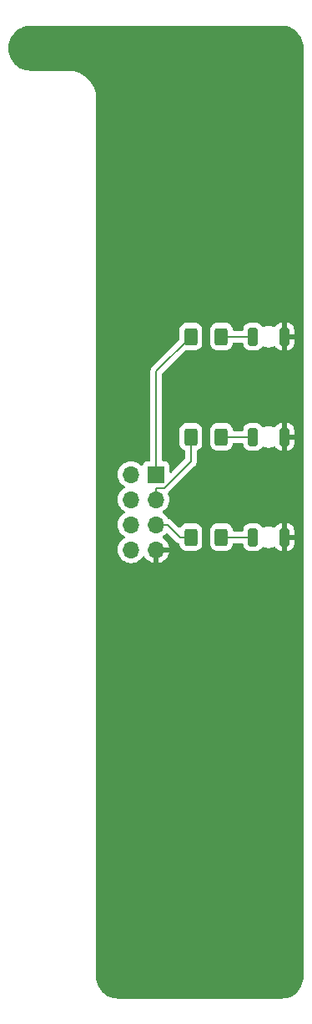
<source format=gbr>
%TF.GenerationSoftware,KiCad,Pcbnew,8.0.4-8.0.4-0~ubuntu22.04.1*%
%TF.CreationDate,2024-08-03T19:16:44+03:00*%
%TF.ProjectId,PM-CPU-ESP-front,504d2d43-5055-42d4-9553-502d66726f6e,rev?*%
%TF.SameCoordinates,Original*%
%TF.FileFunction,Copper,L2,Bot*%
%TF.FilePolarity,Positive*%
%FSLAX46Y46*%
G04 Gerber Fmt 4.6, Leading zero omitted, Abs format (unit mm)*
G04 Created by KiCad (PCBNEW 8.0.4-8.0.4-0~ubuntu22.04.1) date 2024-08-03 19:16:44*
%MOMM*%
%LPD*%
G01*
G04 APERTURE LIST*
G04 Aperture macros list*
%AMRoundRect*
0 Rectangle with rounded corners*
0 $1 Rounding radius*
0 $2 $3 $4 $5 $6 $7 $8 $9 X,Y pos of 4 corners*
0 Add a 4 corners polygon primitive as box body*
4,1,4,$2,$3,$4,$5,$6,$7,$8,$9,$2,$3,0*
0 Add four circle primitives for the rounded corners*
1,1,$1+$1,$2,$3*
1,1,$1+$1,$4,$5*
1,1,$1+$1,$6,$7*
1,1,$1+$1,$8,$9*
0 Add four rect primitives between the rounded corners*
20,1,$1+$1,$2,$3,$4,$5,0*
20,1,$1+$1,$4,$5,$6,$7,0*
20,1,$1+$1,$6,$7,$8,$9,0*
20,1,$1+$1,$8,$9,$2,$3,0*%
G04 Aperture macros list end*
%TA.AperFunction,SMDPad,CuDef*%
%ADD10RoundRect,0.190000X0.285000X0.710000X-0.285000X0.710000X-0.285000X-0.710000X0.285000X-0.710000X0*%
%TD*%
%TA.AperFunction,ComponentPad*%
%ADD11R,1.700000X1.700000*%
%TD*%
%TA.AperFunction,ComponentPad*%
%ADD12O,1.700000X1.700000*%
%TD*%
%TA.AperFunction,SMDPad,CuDef*%
%ADD13RoundRect,0.250000X0.400000X0.625000X-0.400000X0.625000X-0.400000X-0.625000X0.400000X-0.625000X0*%
%TD*%
%TA.AperFunction,Conductor*%
%ADD14C,0.200000*%
%TD*%
G04 APERTURE END LIST*
D10*
%TO.P,D3,1,K*%
%TO.N,GND*%
X155270000Y-102870000D03*
%TO.P,D3,2,A*%
%TO.N,Net-(D3-A)*%
X152070000Y-102870000D03*
%TD*%
%TO.P,D2,1,K*%
%TO.N,GND*%
X155270000Y-92710000D03*
%TO.P,D2,2,A*%
%TO.N,Net-(D2-A)*%
X152070000Y-92710000D03*
%TD*%
%TO.P,D1,1,K*%
%TO.N,GND*%
X155270000Y-82550000D03*
%TO.P,D1,2,A*%
%TO.N,Net-(D1-A)*%
X152070000Y-82550000D03*
%TD*%
D11*
%TO.P,J2,1,Pin_1*%
%TO.N,+24V*%
X142240000Y-96520000D03*
D12*
%TO.P,J2,2,Pin_2*%
%TO.N,unconnected-(J2-Pin_2-Pad2)*%
X139700000Y-96520000D03*
%TO.P,J2,3,Pin_3*%
%TO.N,+5V*%
X142240000Y-99060000D03*
%TO.P,J2,4,Pin_4*%
%TO.N,unconnected-(J2-Pin_4-Pad4)*%
X139700000Y-99060000D03*
%TO.P,J2,5,Pin_5*%
%TO.N,+3.3V*%
X142240000Y-101600000D03*
%TO.P,J2,6,Pin_6*%
%TO.N,unconnected-(J2-Pin_6-Pad6)*%
X139700000Y-101600000D03*
%TO.P,J2,7,Pin_7*%
%TO.N,GND*%
X142240000Y-104140000D03*
%TO.P,J2,8,Pin_8*%
%TO.N,unconnected-(J2-Pin_8-Pad8)*%
X139700000Y-104140000D03*
%TD*%
D13*
%TO.P,R2,1*%
%TO.N,Net-(D2-A)*%
X148870000Y-92710000D03*
%TO.P,R2,2*%
%TO.N,+5V*%
X145770000Y-92710000D03*
%TD*%
%TO.P,R1,1*%
%TO.N,Net-(D1-A)*%
X148870000Y-82550000D03*
%TO.P,R1,2*%
%TO.N,+24V*%
X145770000Y-82550000D03*
%TD*%
%TO.P,R3,1*%
%TO.N,Net-(D3-A)*%
X148870000Y-102870000D03*
%TO.P,R3,2*%
%TO.N,+3.3V*%
X145770000Y-102870000D03*
%TD*%
D14*
%TO.N,+24V*%
X142240000Y-86080000D02*
X142240000Y-96520000D01*
X145770000Y-82550000D02*
X142240000Y-86080000D01*
%TO.N,Net-(D3-A)*%
X148870000Y-102870000D02*
X152120000Y-102870000D01*
%TO.N,Net-(D2-A)*%
X148870000Y-92710000D02*
X152120000Y-92710000D01*
%TO.N,+3.3V*%
X144661700Y-102870000D02*
X143391700Y-101600000D01*
X145770000Y-102870000D02*
X144661700Y-102870000D01*
X142240000Y-101600000D02*
X143391700Y-101600000D01*
%TO.N,+5V*%
X143054500Y-97908300D02*
X142240000Y-97908300D01*
X145770000Y-95192800D02*
X143054500Y-97908300D01*
X145770000Y-92710000D02*
X145770000Y-95192800D01*
X142240000Y-99060000D02*
X142240000Y-97908300D01*
%TO.N,Net-(D1-A)*%
X148870000Y-82550000D02*
X152120000Y-82550000D01*
%TD*%
%TA.AperFunction,Conductor*%
%TO.N,GND*%
G36*
X154943736Y-51050726D02*
G01*
X155208483Y-51066740D01*
X155223347Y-51068545D01*
X155480541Y-51115678D01*
X155495063Y-51119257D01*
X155744720Y-51197052D01*
X155758697Y-51202353D01*
X155997151Y-51309673D01*
X156010397Y-51316625D01*
X156234171Y-51451901D01*
X156246489Y-51460404D01*
X156452318Y-51621662D01*
X156463525Y-51631591D01*
X156648408Y-51816474D01*
X156658337Y-51827681D01*
X156819595Y-52033510D01*
X156828102Y-52045834D01*
X156963371Y-52269596D01*
X156970330Y-52282855D01*
X157077644Y-52521298D01*
X157082950Y-52535288D01*
X157160738Y-52784920D01*
X157164321Y-52799458D01*
X157211454Y-53056652D01*
X157213259Y-53071517D01*
X157229274Y-53336263D01*
X157229500Y-53343750D01*
X157229500Y-147316249D01*
X157229274Y-147323736D01*
X157213259Y-147588482D01*
X157211454Y-147603347D01*
X157164321Y-147860541D01*
X157160738Y-147875079D01*
X157082954Y-148124700D01*
X157077644Y-148138701D01*
X156970330Y-148377144D01*
X156963371Y-148390403D01*
X156828102Y-148614165D01*
X156819595Y-148626489D01*
X156658337Y-148832318D01*
X156648408Y-148843525D01*
X156463525Y-149028408D01*
X156452318Y-149038337D01*
X156246489Y-149199595D01*
X156234165Y-149208102D01*
X156010403Y-149343371D01*
X155997144Y-149350330D01*
X155758701Y-149457644D01*
X155744705Y-149462951D01*
X155497174Y-149540085D01*
X155495079Y-149540738D01*
X155480541Y-149544321D01*
X155223347Y-149591454D01*
X155208482Y-149593259D01*
X154943736Y-149609274D01*
X154936249Y-149609500D01*
X138433751Y-149609500D01*
X138426264Y-149609274D01*
X138161517Y-149593259D01*
X138146652Y-149591454D01*
X137889458Y-149544321D01*
X137874924Y-149540739D01*
X137625288Y-149462950D01*
X137611298Y-149457644D01*
X137372855Y-149350330D01*
X137359596Y-149343371D01*
X137135834Y-149208102D01*
X137123510Y-149199595D01*
X136917681Y-149038337D01*
X136906474Y-149028408D01*
X136721591Y-148843525D01*
X136711662Y-148832318D01*
X136550404Y-148626489D01*
X136541901Y-148614171D01*
X136406625Y-148390397D01*
X136399673Y-148377151D01*
X136292353Y-148138697D01*
X136287052Y-148124720D01*
X136209257Y-147875063D01*
X136205678Y-147860541D01*
X136158545Y-147603347D01*
X136156740Y-147588482D01*
X136140726Y-147323736D01*
X136140500Y-147316249D01*
X136140500Y-96519999D01*
X138344341Y-96519999D01*
X138344341Y-96520000D01*
X138364936Y-96755403D01*
X138364938Y-96755413D01*
X138426094Y-96983655D01*
X138426096Y-96983659D01*
X138426097Y-96983663D01*
X138510499Y-97164663D01*
X138525965Y-97197830D01*
X138525967Y-97197834D01*
X138661501Y-97391395D01*
X138661506Y-97391402D01*
X138828597Y-97558493D01*
X138828603Y-97558498D01*
X139014158Y-97688425D01*
X139057783Y-97743002D01*
X139064977Y-97812500D01*
X139033454Y-97874855D01*
X139014158Y-97891575D01*
X138828597Y-98021505D01*
X138661505Y-98188597D01*
X138525965Y-98382169D01*
X138525964Y-98382171D01*
X138426098Y-98596335D01*
X138426094Y-98596344D01*
X138364938Y-98824586D01*
X138364936Y-98824596D01*
X138344341Y-99059999D01*
X138344341Y-99060000D01*
X138364936Y-99295403D01*
X138364938Y-99295413D01*
X138426094Y-99523655D01*
X138426096Y-99523659D01*
X138426097Y-99523663D01*
X138430000Y-99532032D01*
X138525965Y-99737830D01*
X138525967Y-99737834D01*
X138634281Y-99892521D01*
X138661501Y-99931396D01*
X138661506Y-99931402D01*
X138828597Y-100098493D01*
X138828603Y-100098498D01*
X139014158Y-100228425D01*
X139057783Y-100283002D01*
X139064977Y-100352500D01*
X139033454Y-100414855D01*
X139014158Y-100431575D01*
X138828597Y-100561505D01*
X138661505Y-100728597D01*
X138525965Y-100922169D01*
X138525964Y-100922171D01*
X138426098Y-101136335D01*
X138426094Y-101136344D01*
X138364938Y-101364586D01*
X138364936Y-101364596D01*
X138344341Y-101599999D01*
X138344341Y-101600000D01*
X138364936Y-101835403D01*
X138364938Y-101835413D01*
X138426094Y-102063655D01*
X138426096Y-102063659D01*
X138426097Y-102063663D01*
X138495519Y-102212539D01*
X138525965Y-102277830D01*
X138525967Y-102277834D01*
X138605754Y-102391780D01*
X138661501Y-102471396D01*
X138661506Y-102471402D01*
X138828597Y-102638493D01*
X138828603Y-102638498D01*
X139014158Y-102768425D01*
X139057783Y-102823002D01*
X139064977Y-102892500D01*
X139033454Y-102954855D01*
X139014158Y-102971575D01*
X138828597Y-103101505D01*
X138661505Y-103268597D01*
X138525965Y-103462169D01*
X138525964Y-103462171D01*
X138426098Y-103676335D01*
X138426094Y-103676344D01*
X138364938Y-103904586D01*
X138364936Y-103904596D01*
X138344341Y-104139999D01*
X138344341Y-104140000D01*
X138364936Y-104375403D01*
X138364938Y-104375413D01*
X138426094Y-104603655D01*
X138426096Y-104603659D01*
X138426097Y-104603663D01*
X138509155Y-104781781D01*
X138525965Y-104817830D01*
X138525967Y-104817834D01*
X138634281Y-104972521D01*
X138661505Y-105011401D01*
X138828599Y-105178495D01*
X138925384Y-105246265D01*
X139022165Y-105314032D01*
X139022167Y-105314033D01*
X139022170Y-105314035D01*
X139236337Y-105413903D01*
X139464592Y-105475063D01*
X139652918Y-105491539D01*
X139699999Y-105495659D01*
X139700000Y-105495659D01*
X139700001Y-105495659D01*
X139739234Y-105492226D01*
X139935408Y-105475063D01*
X140163663Y-105413903D01*
X140377830Y-105314035D01*
X140571401Y-105178495D01*
X140738495Y-105011401D01*
X140868730Y-104825405D01*
X140923307Y-104781781D01*
X140992805Y-104774587D01*
X141055160Y-104806110D01*
X141071879Y-104825405D01*
X141201890Y-105011078D01*
X141368917Y-105178105D01*
X141562421Y-105313600D01*
X141776507Y-105413429D01*
X141776516Y-105413433D01*
X141990000Y-105470634D01*
X141990000Y-104573012D01*
X142047007Y-104605925D01*
X142174174Y-104640000D01*
X142305826Y-104640000D01*
X142432993Y-104605925D01*
X142490000Y-104573012D01*
X142490000Y-105470633D01*
X142703483Y-105413433D01*
X142703492Y-105413429D01*
X142917578Y-105313600D01*
X143111082Y-105178105D01*
X143278105Y-105011082D01*
X143413600Y-104817578D01*
X143513429Y-104603492D01*
X143513432Y-104603486D01*
X143570636Y-104390000D01*
X142673012Y-104390000D01*
X142705925Y-104332993D01*
X142740000Y-104205826D01*
X142740000Y-104074174D01*
X142705925Y-103947007D01*
X142673012Y-103890000D01*
X143570636Y-103890000D01*
X143570635Y-103889999D01*
X143513432Y-103676513D01*
X143513429Y-103676507D01*
X143413600Y-103462422D01*
X143413599Y-103462420D01*
X143278113Y-103268926D01*
X143278108Y-103268920D01*
X143111078Y-103101890D01*
X142925405Y-102971879D01*
X142881780Y-102917302D01*
X142874588Y-102847804D01*
X142906110Y-102785449D01*
X142925406Y-102768730D01*
X142925842Y-102768425D01*
X143111401Y-102638495D01*
X143258502Y-102491393D01*
X143319822Y-102457911D01*
X143389513Y-102462895D01*
X143433861Y-102491396D01*
X144176839Y-103234374D01*
X144176849Y-103234385D01*
X144181179Y-103238715D01*
X144181180Y-103238716D01*
X144292984Y-103350520D01*
X144379795Y-103400639D01*
X144379797Y-103400641D01*
X144429913Y-103429576D01*
X144429915Y-103429577D01*
X144530137Y-103456431D01*
X144589795Y-103492794D01*
X144620325Y-103555641D01*
X144621400Y-103563603D01*
X144630001Y-103647797D01*
X144630001Y-103647799D01*
X144685185Y-103814331D01*
X144685187Y-103814336D01*
X144716598Y-103865261D01*
X144777288Y-103963656D01*
X144901344Y-104087712D01*
X145050666Y-104179814D01*
X145217203Y-104234999D01*
X145319991Y-104245500D01*
X146220008Y-104245499D01*
X146220016Y-104245498D01*
X146220019Y-104245498D01*
X146276302Y-104239748D01*
X146322797Y-104234999D01*
X146489334Y-104179814D01*
X146638656Y-104087712D01*
X146762712Y-103963656D01*
X146854814Y-103814334D01*
X146909999Y-103647797D01*
X146920500Y-103545009D01*
X146920499Y-102194992D01*
X146920498Y-102194983D01*
X147719500Y-102194983D01*
X147719500Y-103545001D01*
X147719501Y-103545018D01*
X147730000Y-103647796D01*
X147730001Y-103647799D01*
X147785185Y-103814331D01*
X147785187Y-103814336D01*
X147816598Y-103865261D01*
X147877288Y-103963656D01*
X148001344Y-104087712D01*
X148150666Y-104179814D01*
X148317203Y-104234999D01*
X148419991Y-104245500D01*
X149320008Y-104245499D01*
X149320016Y-104245498D01*
X149320019Y-104245498D01*
X149376302Y-104239748D01*
X149422797Y-104234999D01*
X149589334Y-104179814D01*
X149738656Y-104087712D01*
X149862712Y-103963656D01*
X149954814Y-103814334D01*
X150009999Y-103647797D01*
X150015444Y-103594500D01*
X150016732Y-103581897D01*
X150043129Y-103517205D01*
X150100310Y-103477054D01*
X150140090Y-103470500D01*
X150970501Y-103470500D01*
X151037540Y-103490185D01*
X151083295Y-103542989D01*
X151094501Y-103594500D01*
X151094501Y-103635808D01*
X151100821Y-103705375D01*
X151100823Y-103705383D01*
X151150708Y-103865470D01*
X151150709Y-103865472D01*
X151237454Y-104008967D01*
X151237457Y-104008971D01*
X151356028Y-104127542D01*
X151356032Y-104127545D01*
X151442497Y-104179814D01*
X151499529Y-104214291D01*
X151659620Y-104264177D01*
X151729199Y-104270500D01*
X152410800Y-104270499D01*
X152410808Y-104270499D01*
X152480376Y-104264178D01*
X152480383Y-104264176D01*
X152574019Y-104234998D01*
X152640471Y-104214291D01*
X152783972Y-104127542D01*
X152902542Y-104008972D01*
X152979170Y-103882212D01*
X153030697Y-103835025D01*
X153099556Y-103823186D01*
X153141579Y-103835876D01*
X153247555Y-103889873D01*
X153412299Y-103943402D01*
X153583389Y-103970500D01*
X153583390Y-103970500D01*
X153756610Y-103970500D01*
X153756611Y-103970500D01*
X153927701Y-103943402D01*
X154092445Y-103889873D01*
X154198865Y-103835649D01*
X154267532Y-103822754D01*
X154332272Y-103849030D01*
X154361275Y-103881985D01*
X154437852Y-104008660D01*
X154556338Y-104127146D01*
X154556342Y-104127149D01*
X154699732Y-104213831D01*
X154699738Y-104213833D01*
X154859705Y-104263681D01*
X154859712Y-104263683D01*
X154929231Y-104270000D01*
X155020000Y-104270000D01*
X155520000Y-104270000D01*
X155610769Y-104270000D01*
X155680287Y-104263683D01*
X155680294Y-104263681D01*
X155840261Y-104213833D01*
X155840267Y-104213831D01*
X155983657Y-104127149D01*
X155983661Y-104127146D01*
X156102146Y-104008661D01*
X156102149Y-104008657D01*
X156188831Y-103865267D01*
X156188833Y-103865261D01*
X156238681Y-103705294D01*
X156238683Y-103705287D01*
X156245000Y-103635769D01*
X156245000Y-103120000D01*
X155520000Y-103120000D01*
X155520000Y-104270000D01*
X155020000Y-104270000D01*
X155020000Y-102620000D01*
X155520000Y-102620000D01*
X156245000Y-102620000D01*
X156245000Y-102104230D01*
X156238683Y-102034712D01*
X156238681Y-102034705D01*
X156188833Y-101874738D01*
X156188831Y-101874732D01*
X156102149Y-101731342D01*
X156102146Y-101731338D01*
X155983661Y-101612853D01*
X155983657Y-101612850D01*
X155840267Y-101526168D01*
X155840261Y-101526166D01*
X155680294Y-101476318D01*
X155680287Y-101476316D01*
X155610769Y-101470000D01*
X155520000Y-101470000D01*
X155520000Y-102620000D01*
X155020000Y-102620000D01*
X155020000Y-101470000D01*
X154929231Y-101470000D01*
X154859712Y-101476316D01*
X154859705Y-101476318D01*
X154699738Y-101526166D01*
X154699732Y-101526168D01*
X154556342Y-101612850D01*
X154556338Y-101612853D01*
X154437852Y-101731339D01*
X154361275Y-101858015D01*
X154309747Y-101905202D01*
X154240888Y-101917041D01*
X154198866Y-101904351D01*
X154092445Y-101850127D01*
X153927701Y-101796598D01*
X153927699Y-101796597D01*
X153927698Y-101796597D01*
X153796271Y-101775781D01*
X153756611Y-101769500D01*
X153583389Y-101769500D01*
X153543728Y-101775781D01*
X153412302Y-101796597D01*
X153412299Y-101796598D01*
X153292871Y-101835403D01*
X153247549Y-101850129D01*
X153141581Y-101904122D01*
X153072912Y-101917018D01*
X153008172Y-101890741D01*
X152979170Y-101857786D01*
X152902546Y-101731033D01*
X152902542Y-101731028D01*
X152783971Y-101612457D01*
X152783967Y-101612454D01*
X152640473Y-101525710D01*
X152640472Y-101525709D01*
X152640471Y-101525709D01*
X152480380Y-101475823D01*
X152480378Y-101475822D01*
X152480376Y-101475822D01*
X152431662Y-101471395D01*
X152410801Y-101469500D01*
X152410798Y-101469500D01*
X151729191Y-101469500D01*
X151659623Y-101475821D01*
X151659616Y-101475823D01*
X151499529Y-101525708D01*
X151499527Y-101525709D01*
X151356032Y-101612454D01*
X151356028Y-101612457D01*
X151237457Y-101731028D01*
X151237454Y-101731032D01*
X151150710Y-101874526D01*
X151150709Y-101874528D01*
X151150709Y-101874529D01*
X151141151Y-101905202D01*
X151100822Y-102034623D01*
X151094500Y-102104201D01*
X151094500Y-102145500D01*
X151074815Y-102212539D01*
X151022011Y-102258294D01*
X150970500Y-102269500D01*
X150140089Y-102269500D01*
X150073050Y-102249815D01*
X150027295Y-102197011D01*
X150016731Y-102158102D01*
X150014839Y-102139591D01*
X150009999Y-102092203D01*
X149954814Y-101925666D01*
X149862712Y-101776344D01*
X149738656Y-101652288D01*
X149589334Y-101560186D01*
X149422797Y-101505001D01*
X149422795Y-101505000D01*
X149320010Y-101494500D01*
X148419998Y-101494500D01*
X148419980Y-101494501D01*
X148317203Y-101505000D01*
X148317200Y-101505001D01*
X148150668Y-101560185D01*
X148150663Y-101560187D01*
X148001342Y-101652289D01*
X147877289Y-101776342D01*
X147785187Y-101925663D01*
X147785186Y-101925666D01*
X147730001Y-102092203D01*
X147730001Y-102092204D01*
X147730000Y-102092204D01*
X147719500Y-102194983D01*
X146920498Y-102194983D01*
X146909999Y-102092203D01*
X146854814Y-101925666D01*
X146762712Y-101776344D01*
X146638656Y-101652288D01*
X146489334Y-101560186D01*
X146322797Y-101505001D01*
X146322795Y-101505000D01*
X146220010Y-101494500D01*
X145319998Y-101494500D01*
X145319980Y-101494501D01*
X145217203Y-101505000D01*
X145217200Y-101505001D01*
X145050668Y-101560185D01*
X145050663Y-101560187D01*
X144901342Y-101652289D01*
X144777287Y-101776344D01*
X144722273Y-101865536D01*
X144670325Y-101912260D01*
X144601362Y-101923481D01*
X144537280Y-101895638D01*
X144529054Y-101888119D01*
X143879290Y-101238355D01*
X143879288Y-101238352D01*
X143760417Y-101119481D01*
X143760416Y-101119480D01*
X143673604Y-101069360D01*
X143673604Y-101069359D01*
X143673600Y-101069358D01*
X143656112Y-101059260D01*
X143623486Y-101040423D01*
X143502994Y-101008137D01*
X143443334Y-100971771D01*
X143422708Y-100940768D01*
X143414038Y-100922176D01*
X143414034Y-100922169D01*
X143278494Y-100728597D01*
X143111402Y-100561506D01*
X143111396Y-100561501D01*
X142925842Y-100431575D01*
X142882217Y-100376998D01*
X142875023Y-100307500D01*
X142906546Y-100245145D01*
X142925842Y-100228425D01*
X142948026Y-100212891D01*
X143111401Y-100098495D01*
X143278495Y-99931401D01*
X143414035Y-99737830D01*
X143513903Y-99523663D01*
X143575063Y-99295408D01*
X143595659Y-99060000D01*
X143575063Y-98824592D01*
X143513903Y-98596337D01*
X143455762Y-98471655D01*
X143445271Y-98402580D01*
X143473791Y-98338796D01*
X143480439Y-98331596D01*
X143535020Y-98277016D01*
X143535021Y-98277013D01*
X146128506Y-95683528D01*
X146128511Y-95683524D01*
X146138714Y-95673320D01*
X146138716Y-95673320D01*
X146250520Y-95561516D01*
X146255696Y-95552549D01*
X146327796Y-95427670D01*
X146327798Y-95427664D01*
X146329577Y-95424585D01*
X146370501Y-95271857D01*
X146370501Y-95113743D01*
X146370501Y-95106148D01*
X146370500Y-95106130D01*
X146370500Y-94148732D01*
X146390185Y-94081693D01*
X146442989Y-94035938D01*
X146455495Y-94031026D01*
X146489334Y-94019814D01*
X146638656Y-93927712D01*
X146762712Y-93803656D01*
X146854814Y-93654334D01*
X146909999Y-93487797D01*
X146920500Y-93385009D01*
X146920499Y-92034992D01*
X146920498Y-92034983D01*
X147719500Y-92034983D01*
X147719500Y-93385001D01*
X147719501Y-93385018D01*
X147730000Y-93487796D01*
X147730001Y-93487799D01*
X147785185Y-93654331D01*
X147785187Y-93654336D01*
X147816598Y-93705261D01*
X147877288Y-93803656D01*
X148001344Y-93927712D01*
X148150666Y-94019814D01*
X148317203Y-94074999D01*
X148419991Y-94085500D01*
X149320008Y-94085499D01*
X149320016Y-94085498D01*
X149320019Y-94085498D01*
X149376302Y-94079748D01*
X149422797Y-94074999D01*
X149589334Y-94019814D01*
X149738656Y-93927712D01*
X149862712Y-93803656D01*
X149954814Y-93654334D01*
X150009999Y-93487797D01*
X150015444Y-93434500D01*
X150016732Y-93421897D01*
X150043129Y-93357205D01*
X150100310Y-93317054D01*
X150140090Y-93310500D01*
X150970501Y-93310500D01*
X151037540Y-93330185D01*
X151083295Y-93382989D01*
X151094501Y-93434500D01*
X151094501Y-93475808D01*
X151100821Y-93545375D01*
X151100823Y-93545383D01*
X151150708Y-93705470D01*
X151150709Y-93705472D01*
X151237454Y-93848967D01*
X151237457Y-93848971D01*
X151356028Y-93967542D01*
X151356032Y-93967545D01*
X151442497Y-94019814D01*
X151499529Y-94054291D01*
X151659620Y-94104177D01*
X151729199Y-94110500D01*
X152410800Y-94110499D01*
X152410808Y-94110499D01*
X152480376Y-94104178D01*
X152480383Y-94104176D01*
X152574019Y-94074998D01*
X152640471Y-94054291D01*
X152783972Y-93967542D01*
X152902542Y-93848972D01*
X152979170Y-93722212D01*
X153030697Y-93675025D01*
X153099556Y-93663186D01*
X153141579Y-93675876D01*
X153247555Y-93729873D01*
X153412299Y-93783402D01*
X153583389Y-93810500D01*
X153583390Y-93810500D01*
X153756610Y-93810500D01*
X153756611Y-93810500D01*
X153927701Y-93783402D01*
X154092445Y-93729873D01*
X154198865Y-93675649D01*
X154267532Y-93662754D01*
X154332272Y-93689030D01*
X154361275Y-93721985D01*
X154437852Y-93848660D01*
X154556338Y-93967146D01*
X154556342Y-93967149D01*
X154699732Y-94053831D01*
X154699738Y-94053833D01*
X154859705Y-94103681D01*
X154859712Y-94103683D01*
X154929231Y-94110000D01*
X155020000Y-94110000D01*
X155520000Y-94110000D01*
X155610769Y-94110000D01*
X155680287Y-94103683D01*
X155680294Y-94103681D01*
X155840261Y-94053833D01*
X155840267Y-94053831D01*
X155983657Y-93967149D01*
X155983661Y-93967146D01*
X156102146Y-93848661D01*
X156102149Y-93848657D01*
X156188831Y-93705267D01*
X156188833Y-93705261D01*
X156238681Y-93545294D01*
X156238683Y-93545287D01*
X156245000Y-93475769D01*
X156245000Y-92960000D01*
X155520000Y-92960000D01*
X155520000Y-94110000D01*
X155020000Y-94110000D01*
X155020000Y-92460000D01*
X155520000Y-92460000D01*
X156245000Y-92460000D01*
X156245000Y-91944230D01*
X156238683Y-91874712D01*
X156238681Y-91874705D01*
X156188833Y-91714738D01*
X156188831Y-91714732D01*
X156102149Y-91571342D01*
X156102146Y-91571338D01*
X155983661Y-91452853D01*
X155983657Y-91452850D01*
X155840267Y-91366168D01*
X155840261Y-91366166D01*
X155680294Y-91316318D01*
X155680287Y-91316316D01*
X155610769Y-91310000D01*
X155520000Y-91310000D01*
X155520000Y-92460000D01*
X155020000Y-92460000D01*
X155020000Y-91310000D01*
X154929231Y-91310000D01*
X154859712Y-91316316D01*
X154859705Y-91316318D01*
X154699738Y-91366166D01*
X154699732Y-91366168D01*
X154556342Y-91452850D01*
X154556338Y-91452853D01*
X154437852Y-91571339D01*
X154361275Y-91698015D01*
X154309747Y-91745202D01*
X154240888Y-91757041D01*
X154198866Y-91744351D01*
X154092445Y-91690127D01*
X153927701Y-91636598D01*
X153927699Y-91636597D01*
X153927698Y-91636597D01*
X153796271Y-91615781D01*
X153756611Y-91609500D01*
X153583389Y-91609500D01*
X153543728Y-91615781D01*
X153412302Y-91636597D01*
X153247549Y-91690129D01*
X153141581Y-91744122D01*
X153072912Y-91757018D01*
X153008172Y-91730741D01*
X152979170Y-91697786D01*
X152902546Y-91571033D01*
X152902542Y-91571028D01*
X152783971Y-91452457D01*
X152783967Y-91452454D01*
X152640473Y-91365710D01*
X152640472Y-91365709D01*
X152640471Y-91365709D01*
X152480380Y-91315823D01*
X152480378Y-91315822D01*
X152480376Y-91315822D01*
X152431662Y-91311395D01*
X152410801Y-91309500D01*
X152410798Y-91309500D01*
X151729191Y-91309500D01*
X151659623Y-91315821D01*
X151659616Y-91315823D01*
X151499529Y-91365708D01*
X151499527Y-91365709D01*
X151356032Y-91452454D01*
X151356028Y-91452457D01*
X151237457Y-91571028D01*
X151237454Y-91571032D01*
X151150710Y-91714526D01*
X151150709Y-91714528D01*
X151150709Y-91714529D01*
X151141151Y-91745202D01*
X151100822Y-91874623D01*
X151094500Y-91944201D01*
X151094500Y-91985500D01*
X151074815Y-92052539D01*
X151022011Y-92098294D01*
X150970500Y-92109500D01*
X150140089Y-92109500D01*
X150073050Y-92089815D01*
X150027295Y-92037011D01*
X150016731Y-91998102D01*
X150014839Y-91979591D01*
X150009999Y-91932203D01*
X149954814Y-91765666D01*
X149862712Y-91616344D01*
X149738656Y-91492288D01*
X149589334Y-91400186D01*
X149422797Y-91345001D01*
X149422795Y-91345000D01*
X149320010Y-91334500D01*
X148419998Y-91334500D01*
X148419980Y-91334501D01*
X148317203Y-91345000D01*
X148317200Y-91345001D01*
X148150668Y-91400185D01*
X148150663Y-91400187D01*
X148001342Y-91492289D01*
X147877289Y-91616342D01*
X147785187Y-91765663D01*
X147785186Y-91765666D01*
X147730001Y-91932203D01*
X147730001Y-91932204D01*
X147730000Y-91932204D01*
X147719500Y-92034983D01*
X146920498Y-92034983D01*
X146909999Y-91932203D01*
X146854814Y-91765666D01*
X146762712Y-91616344D01*
X146638656Y-91492288D01*
X146489334Y-91400186D01*
X146322797Y-91345001D01*
X146322795Y-91345000D01*
X146220010Y-91334500D01*
X145319998Y-91334500D01*
X145319980Y-91334501D01*
X145217203Y-91345000D01*
X145217200Y-91345001D01*
X145050668Y-91400185D01*
X145050663Y-91400187D01*
X144901342Y-91492289D01*
X144777289Y-91616342D01*
X144685187Y-91765663D01*
X144685186Y-91765666D01*
X144630001Y-91932203D01*
X144630001Y-91932204D01*
X144630000Y-91932204D01*
X144619500Y-92034983D01*
X144619500Y-93385001D01*
X144619501Y-93385018D01*
X144630000Y-93487796D01*
X144630001Y-93487799D01*
X144685185Y-93654331D01*
X144685187Y-93654336D01*
X144716598Y-93705261D01*
X144777288Y-93803656D01*
X144901344Y-93927712D01*
X145050666Y-94019814D01*
X145084500Y-94031025D01*
X145141947Y-94070796D01*
X145168772Y-94135311D01*
X145169500Y-94148732D01*
X145169500Y-94892702D01*
X145149815Y-94959741D01*
X145133181Y-94980383D01*
X143802180Y-96311384D01*
X143740857Y-96344869D01*
X143671165Y-96339885D01*
X143615232Y-96298013D01*
X143590815Y-96232549D01*
X143590499Y-96223703D01*
X143590499Y-95622129D01*
X143590498Y-95622123D01*
X143584091Y-95562516D01*
X143533797Y-95427670D01*
X143533793Y-95427664D01*
X143447547Y-95312455D01*
X143447544Y-95312452D01*
X143332335Y-95226206D01*
X143332328Y-95226202D01*
X143197482Y-95175908D01*
X143197483Y-95175908D01*
X143137883Y-95169501D01*
X143137881Y-95169500D01*
X143137873Y-95169500D01*
X143137865Y-95169500D01*
X142964500Y-95169500D01*
X142897461Y-95149815D01*
X142851706Y-95097011D01*
X142840500Y-95045500D01*
X142840500Y-86380096D01*
X142860185Y-86313057D01*
X142876814Y-86292420D01*
X145209138Y-83960095D01*
X145270459Y-83926612D01*
X145309421Y-83924420D01*
X145319991Y-83925500D01*
X146220008Y-83925499D01*
X146220016Y-83925498D01*
X146220019Y-83925498D01*
X146276302Y-83919748D01*
X146322797Y-83914999D01*
X146489334Y-83859814D01*
X146638656Y-83767712D01*
X146762712Y-83643656D01*
X146854814Y-83494334D01*
X146909999Y-83327797D01*
X146920500Y-83225009D01*
X146920499Y-81874992D01*
X146920498Y-81874983D01*
X147719500Y-81874983D01*
X147719500Y-83225001D01*
X147719501Y-83225018D01*
X147730000Y-83327796D01*
X147730001Y-83327799D01*
X147785185Y-83494331D01*
X147785187Y-83494336D01*
X147816598Y-83545261D01*
X147877288Y-83643656D01*
X148001344Y-83767712D01*
X148150666Y-83859814D01*
X148317203Y-83914999D01*
X148419991Y-83925500D01*
X149320008Y-83925499D01*
X149320016Y-83925498D01*
X149320019Y-83925498D01*
X149376302Y-83919748D01*
X149422797Y-83914999D01*
X149589334Y-83859814D01*
X149738656Y-83767712D01*
X149862712Y-83643656D01*
X149954814Y-83494334D01*
X150009999Y-83327797D01*
X150015444Y-83274500D01*
X150016732Y-83261897D01*
X150043129Y-83197205D01*
X150100310Y-83157054D01*
X150140090Y-83150500D01*
X150970501Y-83150500D01*
X151037540Y-83170185D01*
X151083295Y-83222989D01*
X151094501Y-83274500D01*
X151094501Y-83315808D01*
X151100821Y-83385375D01*
X151100823Y-83385383D01*
X151150708Y-83545470D01*
X151150709Y-83545472D01*
X151237454Y-83688967D01*
X151237457Y-83688971D01*
X151356028Y-83807542D01*
X151356032Y-83807545D01*
X151442497Y-83859814D01*
X151499529Y-83894291D01*
X151659620Y-83944177D01*
X151729199Y-83950500D01*
X152410800Y-83950499D01*
X152410808Y-83950499D01*
X152480376Y-83944178D01*
X152480383Y-83944176D01*
X152540323Y-83925498D01*
X152640471Y-83894291D01*
X152783972Y-83807542D01*
X152902542Y-83688972D01*
X152979170Y-83562212D01*
X153030697Y-83515025D01*
X153099556Y-83503186D01*
X153141579Y-83515876D01*
X153247555Y-83569873D01*
X153412299Y-83623402D01*
X153583389Y-83650500D01*
X153583390Y-83650500D01*
X153756610Y-83650500D01*
X153756611Y-83650500D01*
X153927701Y-83623402D01*
X154092445Y-83569873D01*
X154198865Y-83515649D01*
X154267532Y-83502754D01*
X154332272Y-83529030D01*
X154361275Y-83561985D01*
X154437852Y-83688660D01*
X154556338Y-83807146D01*
X154556342Y-83807149D01*
X154699732Y-83893831D01*
X154699738Y-83893833D01*
X154859705Y-83943681D01*
X154859712Y-83943683D01*
X154929231Y-83950000D01*
X155020000Y-83950000D01*
X155520000Y-83950000D01*
X155610769Y-83950000D01*
X155680287Y-83943683D01*
X155680294Y-83943681D01*
X155840261Y-83893833D01*
X155840267Y-83893831D01*
X155983657Y-83807149D01*
X155983661Y-83807146D01*
X156102146Y-83688661D01*
X156102149Y-83688657D01*
X156188831Y-83545267D01*
X156188833Y-83545261D01*
X156238681Y-83385294D01*
X156238683Y-83385287D01*
X156245000Y-83315769D01*
X156245000Y-82800000D01*
X155520000Y-82800000D01*
X155520000Y-83950000D01*
X155020000Y-83950000D01*
X155020000Y-82300000D01*
X155520000Y-82300000D01*
X156245000Y-82300000D01*
X156245000Y-81784230D01*
X156238683Y-81714712D01*
X156238681Y-81714705D01*
X156188833Y-81554738D01*
X156188831Y-81554732D01*
X156102149Y-81411342D01*
X156102146Y-81411338D01*
X155983661Y-81292853D01*
X155983657Y-81292850D01*
X155840267Y-81206168D01*
X155840261Y-81206166D01*
X155680294Y-81156318D01*
X155680287Y-81156316D01*
X155610769Y-81150000D01*
X155520000Y-81150000D01*
X155520000Y-82300000D01*
X155020000Y-82300000D01*
X155020000Y-81150000D01*
X154929231Y-81150000D01*
X154859712Y-81156316D01*
X154859705Y-81156318D01*
X154699738Y-81206166D01*
X154699732Y-81206168D01*
X154556342Y-81292850D01*
X154556338Y-81292853D01*
X154437852Y-81411339D01*
X154361275Y-81538015D01*
X154309747Y-81585202D01*
X154240888Y-81597041D01*
X154198866Y-81584351D01*
X154092445Y-81530127D01*
X153927701Y-81476598D01*
X153927699Y-81476597D01*
X153927698Y-81476597D01*
X153796271Y-81455781D01*
X153756611Y-81449500D01*
X153583389Y-81449500D01*
X153543728Y-81455781D01*
X153412302Y-81476597D01*
X153247549Y-81530129D01*
X153141581Y-81584122D01*
X153072912Y-81597018D01*
X153008172Y-81570741D01*
X152979170Y-81537786D01*
X152902546Y-81411033D01*
X152902542Y-81411028D01*
X152783971Y-81292457D01*
X152783967Y-81292454D01*
X152640473Y-81205710D01*
X152640472Y-81205709D01*
X152640471Y-81205709D01*
X152480380Y-81155823D01*
X152480378Y-81155822D01*
X152480376Y-81155822D01*
X152431662Y-81151395D01*
X152410801Y-81149500D01*
X152410798Y-81149500D01*
X151729191Y-81149500D01*
X151659623Y-81155821D01*
X151659616Y-81155823D01*
X151499529Y-81205708D01*
X151499527Y-81205709D01*
X151356032Y-81292454D01*
X151356028Y-81292457D01*
X151237457Y-81411028D01*
X151237454Y-81411032D01*
X151150710Y-81554526D01*
X151150709Y-81554528D01*
X151150709Y-81554529D01*
X151141151Y-81585202D01*
X151100822Y-81714623D01*
X151094500Y-81784201D01*
X151094500Y-81825500D01*
X151074815Y-81892539D01*
X151022011Y-81938294D01*
X150970500Y-81949500D01*
X150140089Y-81949500D01*
X150073050Y-81929815D01*
X150027295Y-81877011D01*
X150016731Y-81838102D01*
X150014839Y-81819591D01*
X150009999Y-81772203D01*
X149954814Y-81605666D01*
X149862712Y-81456344D01*
X149738656Y-81332288D01*
X149589334Y-81240186D01*
X149422797Y-81185001D01*
X149422795Y-81185000D01*
X149320010Y-81174500D01*
X148419998Y-81174500D01*
X148419980Y-81174501D01*
X148317203Y-81185000D01*
X148317200Y-81185001D01*
X148150668Y-81240185D01*
X148150663Y-81240187D01*
X148001342Y-81332289D01*
X147877289Y-81456342D01*
X147785187Y-81605663D01*
X147785186Y-81605666D01*
X147730001Y-81772203D01*
X147730001Y-81772204D01*
X147730000Y-81772204D01*
X147719500Y-81874983D01*
X146920498Y-81874983D01*
X146909999Y-81772203D01*
X146854814Y-81605666D01*
X146762712Y-81456344D01*
X146638656Y-81332288D01*
X146489334Y-81240186D01*
X146322797Y-81185001D01*
X146322795Y-81185000D01*
X146220010Y-81174500D01*
X145319998Y-81174500D01*
X145319980Y-81174501D01*
X145217203Y-81185000D01*
X145217200Y-81185001D01*
X145050668Y-81240185D01*
X145050663Y-81240187D01*
X144901342Y-81332289D01*
X144777289Y-81456342D01*
X144685187Y-81605663D01*
X144685186Y-81605666D01*
X144630001Y-81772203D01*
X144630001Y-81772204D01*
X144630000Y-81772204D01*
X144619500Y-81874983D01*
X144619500Y-82799902D01*
X144599815Y-82866941D01*
X144583181Y-82887583D01*
X141759481Y-85711282D01*
X141759479Y-85711285D01*
X141709361Y-85798094D01*
X141709359Y-85798096D01*
X141680425Y-85848209D01*
X141680424Y-85848210D01*
X141680423Y-85848215D01*
X141639499Y-86000943D01*
X141639499Y-86000945D01*
X141639499Y-86169046D01*
X141639500Y-86169059D01*
X141639500Y-95045500D01*
X141619815Y-95112539D01*
X141567011Y-95158294D01*
X141515501Y-95169500D01*
X141342130Y-95169500D01*
X141342123Y-95169501D01*
X141282516Y-95175908D01*
X141147671Y-95226202D01*
X141147664Y-95226206D01*
X141032455Y-95312452D01*
X141032452Y-95312455D01*
X140946206Y-95427664D01*
X140946203Y-95427669D01*
X140897189Y-95559083D01*
X140855317Y-95615016D01*
X140789853Y-95639433D01*
X140721580Y-95624581D01*
X140693326Y-95603430D01*
X140571402Y-95481506D01*
X140571395Y-95481501D01*
X140377834Y-95345967D01*
X140377830Y-95345965D01*
X140377828Y-95345964D01*
X140163663Y-95246097D01*
X140163659Y-95246096D01*
X140163655Y-95246094D01*
X139935413Y-95184938D01*
X139935403Y-95184936D01*
X139700001Y-95164341D01*
X139699999Y-95164341D01*
X139464596Y-95184936D01*
X139464586Y-95184938D01*
X139236344Y-95246094D01*
X139236335Y-95246098D01*
X139022171Y-95345964D01*
X139022169Y-95345965D01*
X138828597Y-95481505D01*
X138661505Y-95648597D01*
X138525965Y-95842169D01*
X138525964Y-95842171D01*
X138426098Y-96056335D01*
X138426094Y-96056344D01*
X138364938Y-96284586D01*
X138364936Y-96284596D01*
X138344341Y-96519999D01*
X136140500Y-96519999D01*
X136140500Y-58263286D01*
X136140499Y-58263282D01*
X136105410Y-57951851D01*
X136105409Y-57951846D01*
X136105408Y-57951837D01*
X136035665Y-57646273D01*
X135932148Y-57350439D01*
X135796159Y-57068056D01*
X135629409Y-56802673D01*
X135433993Y-56557630D01*
X135212370Y-56336007D01*
X134967327Y-56140591D01*
X134701944Y-55973841D01*
X134701941Y-55973839D01*
X134419568Y-55837855D01*
X134419554Y-55837849D01*
X134123738Y-55734338D01*
X134123730Y-55734335D01*
X133894554Y-55682027D01*
X133818163Y-55664592D01*
X133818160Y-55664591D01*
X133818148Y-55664589D01*
X133506717Y-55629500D01*
X133506711Y-55629500D01*
X133399828Y-55629500D01*
X129543751Y-55629500D01*
X129536264Y-55629274D01*
X129271517Y-55613259D01*
X129256652Y-55611454D01*
X128999458Y-55564321D01*
X128984924Y-55560739D01*
X128735288Y-55482950D01*
X128721298Y-55477644D01*
X128482855Y-55370330D01*
X128469596Y-55363371D01*
X128245834Y-55228102D01*
X128233510Y-55219595D01*
X128027681Y-55058337D01*
X128016474Y-55048408D01*
X127831591Y-54863525D01*
X127821662Y-54852318D01*
X127660404Y-54646489D01*
X127651901Y-54634171D01*
X127516625Y-54410397D01*
X127509673Y-54397151D01*
X127402353Y-54158697D01*
X127397052Y-54144720D01*
X127319257Y-53895063D01*
X127315678Y-53880541D01*
X127268545Y-53623347D01*
X127266740Y-53608482D01*
X127259979Y-53496711D01*
X127250952Y-53347472D01*
X127250952Y-53332527D01*
X127266740Y-53071514D01*
X127268545Y-53056652D01*
X127315678Y-52799458D01*
X127319256Y-52784940D01*
X127397054Y-52535273D01*
X127402351Y-52521308D01*
X127509676Y-52282841D01*
X127516621Y-52269608D01*
X127651906Y-52045820D01*
X127660396Y-52033521D01*
X127821667Y-51827674D01*
X127831583Y-51816482D01*
X128016482Y-51631583D01*
X128027674Y-51621667D01*
X128233521Y-51460396D01*
X128245820Y-51451906D01*
X128469608Y-51316621D01*
X128482841Y-51309676D01*
X128721308Y-51202351D01*
X128735273Y-51197054D01*
X128984940Y-51119256D01*
X128999454Y-51115678D01*
X129256656Y-51068544D01*
X129271514Y-51066740D01*
X129536264Y-51050726D01*
X129543751Y-51050500D01*
X129584170Y-51050500D01*
X154895830Y-51050500D01*
X154936249Y-51050500D01*
X154943736Y-51050726D01*
G37*
%TD.AperFunction*%
%TD*%
M02*

</source>
